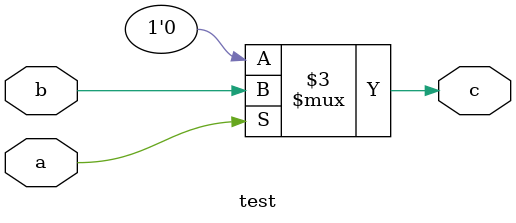
<source format=sv>
module test(
    input a, b,
    output logic c
);
    always_comb begin
        c = 0;
        if (a)
            c = b;
    end
endmodule

</source>
